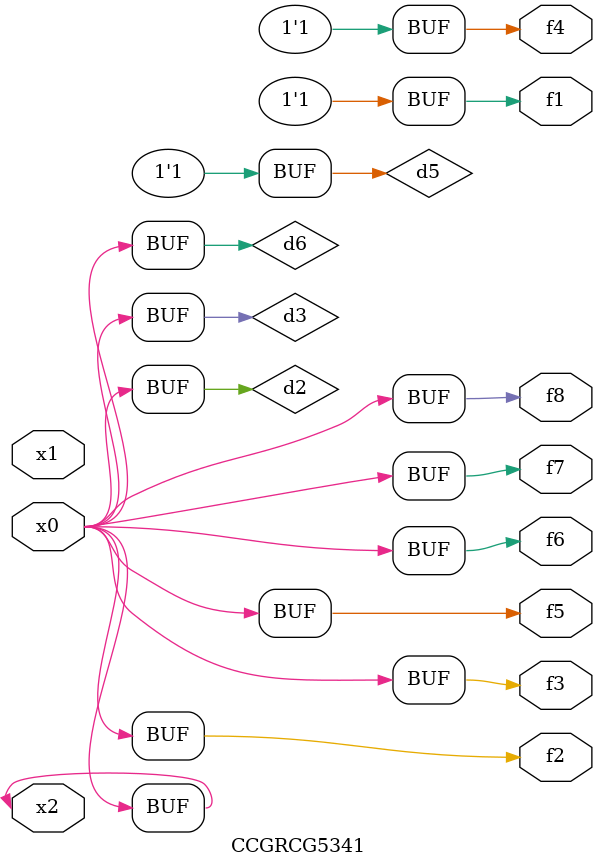
<source format=v>
module CCGRCG5341(
	input x0, x1, x2,
	output f1, f2, f3, f4, f5, f6, f7, f8
);

	wire d1, d2, d3, d4, d5, d6;

	xnor (d1, x2);
	buf (d2, x0, x2);
	and (d3, x0);
	xnor (d4, x1, x2);
	nand (d5, d1, d3);
	buf (d6, d2, d3);
	assign f1 = d5;
	assign f2 = d6;
	assign f3 = d6;
	assign f4 = d5;
	assign f5 = d6;
	assign f6 = d6;
	assign f7 = d6;
	assign f8 = d6;
endmodule

</source>
